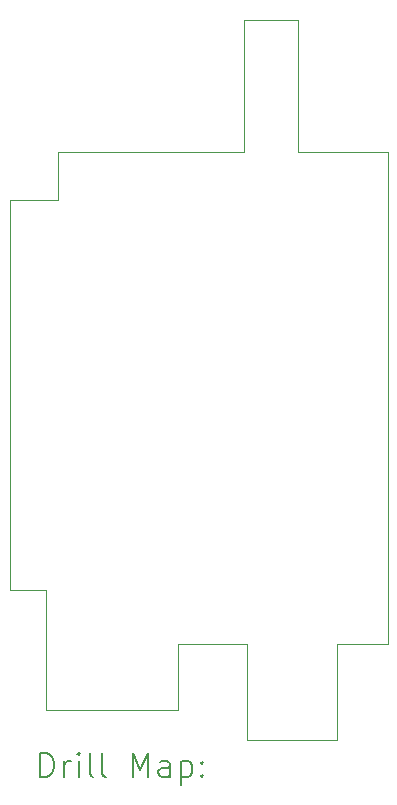
<source format=gbr>
%TF.GenerationSoftware,KiCad,Pcbnew,7.0.11-2.fc39*%
%TF.CreationDate,2024-04-30T19:09:01-04:00*%
%TF.ProjectId,OS42Mini,4f533432-4d69-46e6-992e-6b696361645f,rev?*%
%TF.SameCoordinates,Original*%
%TF.FileFunction,Drillmap*%
%TF.FilePolarity,Positive*%
%FSLAX45Y45*%
G04 Gerber Fmt 4.5, Leading zero omitted, Abs format (unit mm)*
G04 Created by KiCad (PCBNEW 7.0.11-2.fc39) date 2024-04-30 19:09:01*
%MOMM*%
%LPD*%
G01*
G04 APERTURE LIST*
%ADD10C,0.050000*%
%ADD11C,0.200000*%
G04 APERTURE END LIST*
D10*
X13614400Y-8483600D02*
X15189200Y-8483600D01*
X14630400Y-12649200D02*
X14630400Y-13208000D01*
X15214600Y-13462000D02*
X15976600Y-13462000D01*
X13208000Y-8890000D02*
X13614400Y-8890000D01*
X13614400Y-8890000D02*
X13614400Y-8483600D01*
X15214600Y-12649200D02*
X15214600Y-13462000D01*
X13512800Y-13208000D02*
X13512800Y-12192000D01*
X16408400Y-8483600D02*
X16408400Y-10718800D01*
X15646400Y-7366000D02*
X15646400Y-8483600D01*
X15189200Y-8483600D02*
X15189200Y-7366000D01*
X14630400Y-12649200D02*
X15214600Y-12649200D01*
X15976600Y-12649200D02*
X16408400Y-12649200D01*
X13512800Y-12192000D02*
X13208000Y-12192000D01*
X13208000Y-12192000D02*
X13208000Y-8890000D01*
X14630400Y-13208000D02*
X13512800Y-13208000D01*
X15189200Y-7366000D02*
X15646400Y-7366000D01*
X16408400Y-10718800D02*
X16408400Y-12649200D01*
X15646400Y-8483600D02*
X16408400Y-8483600D01*
X15976600Y-13462000D02*
X15976600Y-12649200D01*
D11*
X13466277Y-13775984D02*
X13466277Y-13575984D01*
X13466277Y-13575984D02*
X13513896Y-13575984D01*
X13513896Y-13575984D02*
X13542467Y-13585508D01*
X13542467Y-13585508D02*
X13561515Y-13604555D01*
X13561515Y-13604555D02*
X13571039Y-13623603D01*
X13571039Y-13623603D02*
X13580562Y-13661698D01*
X13580562Y-13661698D02*
X13580562Y-13690269D01*
X13580562Y-13690269D02*
X13571039Y-13728365D01*
X13571039Y-13728365D02*
X13561515Y-13747412D01*
X13561515Y-13747412D02*
X13542467Y-13766460D01*
X13542467Y-13766460D02*
X13513896Y-13775984D01*
X13513896Y-13775984D02*
X13466277Y-13775984D01*
X13666277Y-13775984D02*
X13666277Y-13642650D01*
X13666277Y-13680746D02*
X13675801Y-13661698D01*
X13675801Y-13661698D02*
X13685324Y-13652174D01*
X13685324Y-13652174D02*
X13704372Y-13642650D01*
X13704372Y-13642650D02*
X13723420Y-13642650D01*
X13790086Y-13775984D02*
X13790086Y-13642650D01*
X13790086Y-13575984D02*
X13780562Y-13585508D01*
X13780562Y-13585508D02*
X13790086Y-13595031D01*
X13790086Y-13595031D02*
X13799610Y-13585508D01*
X13799610Y-13585508D02*
X13790086Y-13575984D01*
X13790086Y-13575984D02*
X13790086Y-13595031D01*
X13913896Y-13775984D02*
X13894848Y-13766460D01*
X13894848Y-13766460D02*
X13885324Y-13747412D01*
X13885324Y-13747412D02*
X13885324Y-13575984D01*
X14018658Y-13775984D02*
X13999610Y-13766460D01*
X13999610Y-13766460D02*
X13990086Y-13747412D01*
X13990086Y-13747412D02*
X13990086Y-13575984D01*
X14247229Y-13775984D02*
X14247229Y-13575984D01*
X14247229Y-13575984D02*
X14313896Y-13718841D01*
X14313896Y-13718841D02*
X14380562Y-13575984D01*
X14380562Y-13575984D02*
X14380562Y-13775984D01*
X14561515Y-13775984D02*
X14561515Y-13671222D01*
X14561515Y-13671222D02*
X14551991Y-13652174D01*
X14551991Y-13652174D02*
X14532943Y-13642650D01*
X14532943Y-13642650D02*
X14494848Y-13642650D01*
X14494848Y-13642650D02*
X14475801Y-13652174D01*
X14561515Y-13766460D02*
X14542467Y-13775984D01*
X14542467Y-13775984D02*
X14494848Y-13775984D01*
X14494848Y-13775984D02*
X14475801Y-13766460D01*
X14475801Y-13766460D02*
X14466277Y-13747412D01*
X14466277Y-13747412D02*
X14466277Y-13728365D01*
X14466277Y-13728365D02*
X14475801Y-13709317D01*
X14475801Y-13709317D02*
X14494848Y-13699793D01*
X14494848Y-13699793D02*
X14542467Y-13699793D01*
X14542467Y-13699793D02*
X14561515Y-13690269D01*
X14656753Y-13642650D02*
X14656753Y-13842650D01*
X14656753Y-13652174D02*
X14675801Y-13642650D01*
X14675801Y-13642650D02*
X14713896Y-13642650D01*
X14713896Y-13642650D02*
X14732943Y-13652174D01*
X14732943Y-13652174D02*
X14742467Y-13661698D01*
X14742467Y-13661698D02*
X14751991Y-13680746D01*
X14751991Y-13680746D02*
X14751991Y-13737888D01*
X14751991Y-13737888D02*
X14742467Y-13756936D01*
X14742467Y-13756936D02*
X14732943Y-13766460D01*
X14732943Y-13766460D02*
X14713896Y-13775984D01*
X14713896Y-13775984D02*
X14675801Y-13775984D01*
X14675801Y-13775984D02*
X14656753Y-13766460D01*
X14837705Y-13756936D02*
X14847229Y-13766460D01*
X14847229Y-13766460D02*
X14837705Y-13775984D01*
X14837705Y-13775984D02*
X14828182Y-13766460D01*
X14828182Y-13766460D02*
X14837705Y-13756936D01*
X14837705Y-13756936D02*
X14837705Y-13775984D01*
X14837705Y-13652174D02*
X14847229Y-13661698D01*
X14847229Y-13661698D02*
X14837705Y-13671222D01*
X14837705Y-13671222D02*
X14828182Y-13661698D01*
X14828182Y-13661698D02*
X14837705Y-13652174D01*
X14837705Y-13652174D02*
X14837705Y-13671222D01*
M02*

</source>
